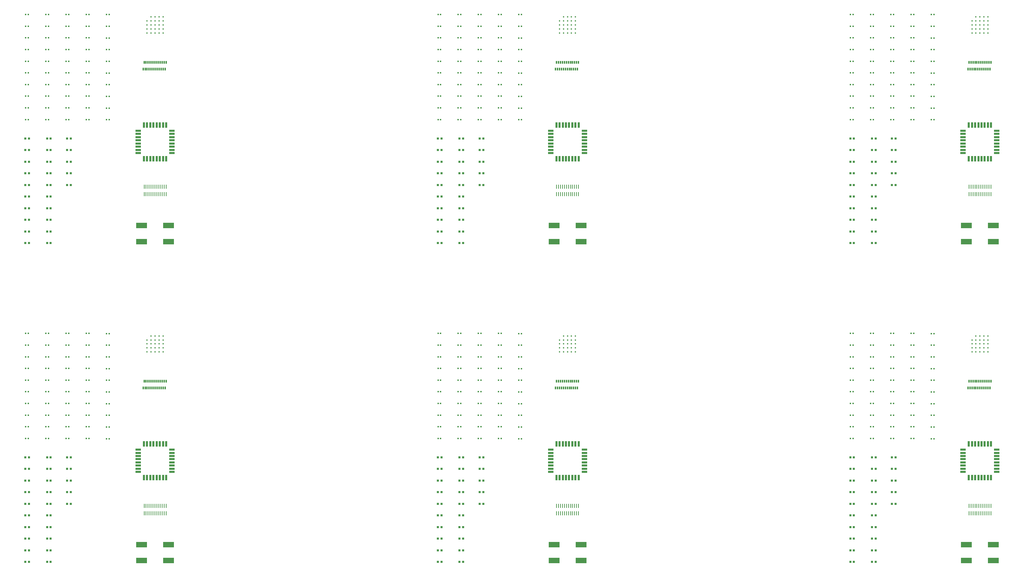
<source format=gbr>
%TF.GenerationSoftware,KiCad,Pcbnew,7.0.5*%
%TF.CreationDate,2023-08-22T12:35:02+01:00*%
%TF.ProjectId,PANELTEST141,50414e45-4c54-4455-9354-3134312e6b69,00.00*%
%TF.SameCoordinates,PX27b9fb5PYc4a79ca*%
%TF.FileFunction,Paste,Top*%
%TF.FilePolarity,Positive*%
%FSLAX46Y46*%
G04 Gerber Fmt 4.6, Leading zero omitted, Abs format (unit mm)*
G04 Created by KiCad (PCBNEW 7.0.5) date 2023-08-22 12:35:02*
%MOMM*%
%LPD*%
G01*
G04 APERTURE LIST*
%ADD10R,0.460000X0.420000*%
%ADD11R,1.475000X0.600000*%
%ADD12R,0.600000X1.475000*%
%ADD13R,0.508000X0.508000*%
%ADD14R,0.300000X0.700000*%
%ADD15R,0.280000X1.060000*%
%ADD16C,0.355600*%
%ADD17R,2.750000X1.400000*%
G04 APERTURE END LIST*
D10*
%TO.C,R2*%
X23765109Y78054079D03*
X24425109Y78054079D03*
%TD*%
%TO.C,R40*%
X142602679Y134710377D03*
X143262679Y134710377D03*
%TD*%
D11*
%TO.C,IC1*%
X259253489Y131907041D03*
X259253489Y131107041D03*
X259253489Y130307041D03*
X259253489Y129507041D03*
X259253489Y128707041D03*
X259253489Y127907041D03*
X259253489Y127107041D03*
X259253489Y126307041D03*
D12*
X260691489Y124869041D03*
X261491489Y124869041D03*
X262291489Y124869041D03*
X263091489Y124869041D03*
X263891489Y124869041D03*
X264691489Y124869041D03*
X265491489Y124869041D03*
X266291489Y124869041D03*
D11*
X267729489Y126307041D03*
X267729489Y127107041D03*
X267729489Y127907041D03*
X267729489Y128707041D03*
X267729489Y129507041D03*
X267729489Y130307041D03*
X267729489Y131107041D03*
X267729489Y131907041D03*
D12*
X266291489Y133345041D03*
X265491489Y133345041D03*
X264691489Y133345041D03*
X263891489Y133345041D03*
X263091489Y133345041D03*
X262291489Y133345041D03*
X261491489Y133345041D03*
X260691489Y133345041D03*
%TD*%
D10*
%TO.C,R37*%
X39002679Y63389269D03*
X39662679Y63389269D03*
%TD*%
%TO.C,R27*%
X33923489Y143509269D03*
X34583489Y143509269D03*
%TD*%
D13*
%TO.C,R108*%
X127319871Y109530377D03*
X128234871Y109530377D03*
%TD*%
D10*
%TO.C,R44*%
X44081871Y72146301D03*
X44741871Y72146301D03*
%TD*%
%TO.C,R36*%
X246202679Y66322231D03*
X246862679Y66322231D03*
%TD*%
%TO.C,R6*%
X230965109Y146442231D03*
X231625109Y146442231D03*
%TD*%
%TO.C,R37*%
X142602679Y143509269D03*
X143262679Y143509269D03*
%TD*%
%TO.C,R14*%
X132444299Y72188155D03*
X133104299Y72188155D03*
%TD*%
D14*
%TO.C,J1*%
X53541489Y68987035D03*
X54041489Y68987035D03*
X54541489Y68987035D03*
X55041489Y68987035D03*
X55541489Y68987035D03*
X56041489Y68987035D03*
X56541489Y68987035D03*
X57041489Y68987035D03*
X57541489Y68987035D03*
X58041489Y68987035D03*
X58541489Y68987035D03*
X59041489Y68987035D03*
X58791489Y67287035D03*
X58291489Y67287035D03*
X57791489Y67287035D03*
X57291489Y67287035D03*
X56791489Y67287035D03*
X56291489Y67287035D03*
X55791489Y67287035D03*
X55291489Y67287035D03*
X54791489Y67287035D03*
X54291489Y67287035D03*
X53791489Y67287035D03*
X53291489Y67287035D03*
%TD*%
D10*
%TO.C,R39*%
X142602679Y137643345D03*
X143262679Y137643345D03*
%TD*%
%TO.C,R21*%
X241123489Y161107041D03*
X241783489Y161107041D03*
%TD*%
%TO.C,R44*%
X44081871Y152266301D03*
X44741871Y152266301D03*
%TD*%
D13*
%TO.C,R108*%
X23719871Y29410377D03*
X24634871Y29410377D03*
%TD*%
%TO.C,R116*%
X236359871Y115370377D03*
X237274871Y115370377D03*
%TD*%
%TO.C,R125*%
X34206633Y38170377D03*
X35121633Y38170377D03*
%TD*%
D10*
%TO.C,R7*%
X127365109Y143509269D03*
X128025109Y143509269D03*
%TD*%
%TO.C,R29*%
X137523489Y137643345D03*
X138183489Y137643345D03*
%TD*%
%TO.C,R40*%
X39002679Y134710377D03*
X39662679Y134710377D03*
%TD*%
D11*
%TO.C,IC1*%
X52053489Y131907041D03*
X52053489Y131107041D03*
X52053489Y130307041D03*
X52053489Y129507041D03*
X52053489Y128707041D03*
X52053489Y127907041D03*
X52053489Y127107041D03*
X52053489Y126307041D03*
D12*
X53491489Y124869041D03*
X54291489Y124869041D03*
X55091489Y124869041D03*
X55891489Y124869041D03*
X56691489Y124869041D03*
X57491489Y124869041D03*
X58291489Y124869041D03*
X59091489Y124869041D03*
D11*
X60529489Y126307041D03*
X60529489Y127107041D03*
X60529489Y127907041D03*
X60529489Y128707041D03*
X60529489Y129507041D03*
X60529489Y130307041D03*
X60529489Y131107041D03*
X60529489Y131907041D03*
D12*
X59091489Y133345041D03*
X58291489Y133345041D03*
X57491489Y133345041D03*
X56691489Y133345041D03*
X55891489Y133345041D03*
X55091489Y133345041D03*
X54291489Y133345041D03*
X53491489Y133345041D03*
%TD*%
D10*
%TO.C,R21*%
X33923489Y161107041D03*
X34583489Y161107041D03*
%TD*%
%TO.C,R11*%
X132444299Y161107041D03*
X133104299Y161107041D03*
%TD*%
%TO.C,R42*%
X44081871Y158132225D03*
X44741871Y158132225D03*
%TD*%
%TO.C,R17*%
X28844299Y63389269D03*
X29504299Y63389269D03*
%TD*%
%TO.C,R18*%
X28844299Y140576307D03*
X29504299Y140576307D03*
%TD*%
D13*
%TO.C,R121*%
X137809871Y49850377D03*
X138724871Y49850377D03*
%TD*%
D10*
%TO.C,R36*%
X39002679Y146442231D03*
X39662679Y146442231D03*
%TD*%
%TO.C,R19*%
X132444299Y57523345D03*
X133104299Y57523345D03*
%TD*%
%TO.C,R38*%
X142602679Y140576307D03*
X143262679Y140576307D03*
%TD*%
D13*
%TO.C,R105*%
X23719871Y118290377D03*
X24634871Y118290377D03*
%TD*%
D10*
%TO.C,R23*%
X137523489Y75121117D03*
X138183489Y75121117D03*
%TD*%
D11*
%TO.C,IC1*%
X259253489Y51787041D03*
X259253489Y50987041D03*
X259253489Y50187041D03*
X259253489Y49387041D03*
X259253489Y48587041D03*
X259253489Y47787041D03*
X259253489Y46987041D03*
X259253489Y46187041D03*
D12*
X260691489Y44749041D03*
X261491489Y44749041D03*
X262291489Y44749041D03*
X263091489Y44749041D03*
X263891489Y44749041D03*
X264691489Y44749041D03*
X265491489Y44749041D03*
X266291489Y44749041D03*
D11*
X267729489Y46187041D03*
X267729489Y46987041D03*
X267729489Y47787041D03*
X267729489Y48587041D03*
X267729489Y49387041D03*
X267729489Y50187041D03*
X267729489Y50987041D03*
X267729489Y51787041D03*
D12*
X266291489Y53225041D03*
X265491489Y53225041D03*
X264691489Y53225041D03*
X263891489Y53225041D03*
X263091489Y53225041D03*
X262291489Y53225041D03*
X261491489Y53225041D03*
X260691489Y53225041D03*
%TD*%
D10*
%TO.C,R48*%
X251281871Y140534453D03*
X251941871Y140534453D03*
%TD*%
%TO.C,R41*%
X44081871Y80945187D03*
X44741871Y80945187D03*
%TD*%
%TO.C,R39*%
X142602679Y57523345D03*
X143262679Y57523345D03*
%TD*%
D13*
%TO.C,R102*%
X23719871Y127050377D03*
X24634871Y127050377D03*
%TD*%
D10*
%TO.C,R19*%
X28844299Y137643345D03*
X29504299Y137643345D03*
%TD*%
%TO.C,R43*%
X147681871Y75079263D03*
X148341871Y75079263D03*
%TD*%
%TO.C,R46*%
X251281871Y146400377D03*
X251941871Y146400377D03*
%TD*%
%TO.C,R13*%
X132444299Y75121117D03*
X133104299Y75121117D03*
%TD*%
%TO.C,R49*%
X147681871Y57481491D03*
X148341871Y57481491D03*
%TD*%
D13*
%TO.C,R106*%
X127319871Y35250377D03*
X128234871Y35250377D03*
%TD*%
D10*
%TO.C,R23*%
X137523489Y155241117D03*
X138183489Y155241117D03*
%TD*%
D13*
%TO.C,R114*%
X29159871Y121210377D03*
X30074871Y121210377D03*
%TD*%
D10*
%TO.C,R42*%
X44081871Y78012225D03*
X44741871Y78012225D03*
%TD*%
%TO.C,R45*%
X251281871Y149333339D03*
X251941871Y149333339D03*
%TD*%
%TO.C,R22*%
X137523489Y78054079D03*
X138183489Y78054079D03*
%TD*%
D13*
%TO.C,R120*%
X132759871Y23570377D03*
X133674871Y23570377D03*
%TD*%
D10*
%TO.C,R31*%
X246202679Y80987041D03*
X246862679Y80987041D03*
%TD*%
%TO.C,R13*%
X236044299Y75121117D03*
X236704299Y75121117D03*
%TD*%
%TO.C,R20*%
X132444299Y54590377D03*
X133104299Y54590377D03*
%TD*%
D13*
%TO.C,R109*%
X23719871Y26490377D03*
X24634871Y26490377D03*
%TD*%
%TO.C,R114*%
X29159871Y41090377D03*
X30074871Y41090377D03*
%TD*%
%TO.C,R115*%
X29159871Y38170377D03*
X30074871Y38170377D03*
%TD*%
%TO.C,R102*%
X127319871Y127050377D03*
X128234871Y127050377D03*
%TD*%
D10*
%TO.C,R7*%
X230965109Y143509269D03*
X231625109Y143509269D03*
%TD*%
%TO.C,R27*%
X241123489Y63389269D03*
X241783489Y63389269D03*
%TD*%
%TO.C,R20*%
X236044299Y54590377D03*
X236704299Y54590377D03*
%TD*%
%TO.C,R48*%
X147681871Y140534453D03*
X148341871Y140534453D03*
%TD*%
D13*
%TO.C,R121*%
X137809871Y129970377D03*
X138724871Y129970377D03*
%TD*%
D10*
%TO.C,R41*%
X147681871Y80945187D03*
X148341871Y80945187D03*
%TD*%
%TO.C,R38*%
X142602679Y60456307D03*
X143262679Y60456307D03*
%TD*%
%TO.C,R19*%
X132444299Y137643345D03*
X133104299Y137643345D03*
%TD*%
D14*
%TO.C,J1*%
X260741489Y68987035D03*
X261241489Y68987035D03*
X261741489Y68987035D03*
X262241489Y68987035D03*
X262741489Y68987035D03*
X263241489Y68987035D03*
X263741489Y68987035D03*
X264241489Y68987035D03*
X264741489Y68987035D03*
X265241489Y68987035D03*
X265741489Y68987035D03*
X266241489Y68987035D03*
X265991489Y67287035D03*
X265491489Y67287035D03*
X264991489Y67287035D03*
X264491489Y67287035D03*
X263991489Y67287035D03*
X263491489Y67287035D03*
X262991489Y67287035D03*
X262491489Y67287035D03*
X261991489Y67287035D03*
X261491489Y67287035D03*
X260991489Y67287035D03*
X260491489Y67287035D03*
%TD*%
D10*
%TO.C,R15*%
X236044299Y69255193D03*
X236704299Y69255193D03*
%TD*%
D13*
%TO.C,R117*%
X132759871Y112450377D03*
X133674871Y112450377D03*
%TD*%
%TO.C,R120*%
X132759871Y103690377D03*
X133674871Y103690377D03*
%TD*%
%TO.C,R110*%
X230919871Y23570377D03*
X231834871Y23570377D03*
%TD*%
D14*
%TO.C,J1*%
X157141489Y68987035D03*
X157641489Y68987035D03*
X158141489Y68987035D03*
X158641489Y68987035D03*
X159141489Y68987035D03*
X159641489Y68987035D03*
X160141489Y68987035D03*
X160641489Y68987035D03*
X161141489Y68987035D03*
X161641489Y68987035D03*
X162141489Y68987035D03*
X162641489Y68987035D03*
X162391489Y67287035D03*
X161891489Y67287035D03*
X161391489Y67287035D03*
X160891489Y67287035D03*
X160391489Y67287035D03*
X159891489Y67287035D03*
X159391489Y67287035D03*
X158891489Y67287035D03*
X158391489Y67287035D03*
X157891489Y67287035D03*
X157391489Y67287035D03*
X156891489Y67287035D03*
%TD*%
D13*
%TO.C,R104*%
X127319871Y121210377D03*
X128234871Y121210377D03*
%TD*%
D10*
%TO.C,R43*%
X44081871Y155199263D03*
X44741871Y155199263D03*
%TD*%
%TO.C,R18*%
X132444299Y60456307D03*
X133104299Y60456307D03*
%TD*%
D13*
%TO.C,R105*%
X127319871Y38170377D03*
X128234871Y38170377D03*
%TD*%
%TO.C,R103*%
X23719871Y44010377D03*
X24634871Y44010377D03*
%TD*%
%TO.C,R125*%
X241406633Y118290377D03*
X242321633Y118290377D03*
%TD*%
D10*
%TO.C,R23*%
X33923489Y75121117D03*
X34583489Y75121117D03*
%TD*%
D13*
%TO.C,R114*%
X236359871Y121210377D03*
X237274871Y121210377D03*
%TD*%
%TO.C,R105*%
X23719871Y38170377D03*
X24634871Y38170377D03*
%TD*%
D10*
%TO.C,R17*%
X236044299Y63389269D03*
X236704299Y63389269D03*
%TD*%
%TO.C,R11*%
X132444299Y80987041D03*
X133104299Y80987041D03*
%TD*%
%TO.C,R8*%
X127365109Y60456307D03*
X128025109Y60456307D03*
%TD*%
D13*
%TO.C,R114*%
X132759871Y41090377D03*
X133674871Y41090377D03*
%TD*%
%TO.C,R111*%
X236359871Y129970377D03*
X237274871Y129970377D03*
%TD*%
D10*
%TO.C,R6*%
X23765109Y146442231D03*
X24425109Y146442231D03*
%TD*%
%TO.C,R13*%
X132444299Y155241117D03*
X133104299Y155241117D03*
%TD*%
%TO.C,R33*%
X246202679Y75121117D03*
X246862679Y75121117D03*
%TD*%
%TO.C,R39*%
X39002679Y137643345D03*
X39662679Y137643345D03*
%TD*%
%TO.C,R6*%
X23765109Y66322231D03*
X24425109Y66322231D03*
%TD*%
%TO.C,R4*%
X230965109Y72188155D03*
X231625109Y72188155D03*
%TD*%
D13*
%TO.C,R105*%
X230919871Y118290377D03*
X231834871Y118290377D03*
%TD*%
D10*
%TO.C,R9*%
X23765109Y57523345D03*
X24425109Y57523345D03*
%TD*%
%TO.C,R42*%
X147681871Y158132225D03*
X148341871Y158132225D03*
%TD*%
D13*
%TO.C,R104*%
X127319871Y41090377D03*
X128234871Y41090377D03*
%TD*%
D10*
%TO.C,R17*%
X236044299Y143509269D03*
X236704299Y143509269D03*
%TD*%
%TO.C,R46*%
X147681871Y146400377D03*
X148341871Y146400377D03*
%TD*%
D13*
%TO.C,R118*%
X132759871Y109530377D03*
X133674871Y109530377D03*
%TD*%
%TO.C,R108*%
X230919871Y109530377D03*
X231834871Y109530377D03*
%TD*%
D10*
%TO.C,R32*%
X142602679Y78054079D03*
X143262679Y78054079D03*
%TD*%
%TO.C,R49*%
X44081871Y57481491D03*
X44741871Y57481491D03*
%TD*%
%TO.C,R25*%
X241123489Y149375193D03*
X241783489Y149375193D03*
%TD*%
%TO.C,R15*%
X236044299Y149375193D03*
X236704299Y149375193D03*
%TD*%
%TO.C,R9*%
X127365109Y137643345D03*
X128025109Y137643345D03*
%TD*%
D13*
%TO.C,R123*%
X241406633Y44010377D03*
X242321633Y44010377D03*
%TD*%
%TO.C,R117*%
X29159871Y32330377D03*
X30074871Y32330377D03*
%TD*%
D10*
%TO.C,R4*%
X127365109Y72188155D03*
X128025109Y72188155D03*
%TD*%
%TO.C,R4*%
X127365109Y152308155D03*
X128025109Y152308155D03*
%TD*%
%TO.C,R35*%
X246202679Y149375193D03*
X246862679Y149375193D03*
%TD*%
%TO.C,R45*%
X147681871Y149333339D03*
X148341871Y149333339D03*
%TD*%
%TO.C,R12*%
X132444299Y158174079D03*
X133104299Y158174079D03*
%TD*%
D15*
%TO.C,J2*%
X162641484Y117797039D03*
X162141485Y117797039D03*
X161641486Y117797039D03*
X161141487Y117797039D03*
X160641488Y117797039D03*
X160141489Y117797039D03*
X159641489Y117797039D03*
X159141490Y117797039D03*
X158641491Y117797039D03*
X158141492Y117797039D03*
X157641493Y117797039D03*
X157141494Y117797039D03*
X157141494Y115937043D03*
X157641493Y115937043D03*
X158141492Y115937043D03*
X158641491Y115937043D03*
X159141490Y115937043D03*
X159641489Y115937043D03*
X160141489Y115937043D03*
X160641488Y115937043D03*
X161141487Y115937043D03*
X161641486Y115937043D03*
X162141485Y115937043D03*
X162641484Y115937043D03*
%TD*%
D10*
%TO.C,R45*%
X251281871Y69213339D03*
X251941871Y69213339D03*
%TD*%
D13*
%TO.C,R102*%
X23719871Y46930377D03*
X24634871Y46930377D03*
%TD*%
D10*
%TO.C,R18*%
X28844299Y60456307D03*
X29504299Y60456307D03*
%TD*%
%TO.C,R2*%
X23765109Y158174079D03*
X24425109Y158174079D03*
%TD*%
D15*
%TO.C,J2*%
X59041484Y117797039D03*
X58541485Y117797039D03*
X58041486Y117797039D03*
X57541487Y117797039D03*
X57041488Y117797039D03*
X56541489Y117797039D03*
X56041489Y117797039D03*
X55541490Y117797039D03*
X55041491Y117797039D03*
X54541492Y117797039D03*
X54041493Y117797039D03*
X53541494Y117797039D03*
X53541494Y115937043D03*
X54041493Y115937043D03*
X54541492Y115937043D03*
X55041491Y115937043D03*
X55541490Y115937043D03*
X56041489Y115937043D03*
X56541489Y115937043D03*
X57041488Y115937043D03*
X57541487Y115937043D03*
X58041486Y115937043D03*
X58541485Y115937043D03*
X59041484Y115937043D03*
%TD*%
D13*
%TO.C,R113*%
X132759871Y124130377D03*
X133674871Y124130377D03*
%TD*%
%TO.C,R124*%
X241406633Y121210377D03*
X242321633Y121210377D03*
%TD*%
D10*
%TO.C,R24*%
X241123489Y72188155D03*
X241783489Y72188155D03*
%TD*%
D15*
%TO.C,J2*%
X59041484Y37677039D03*
X58541485Y37677039D03*
X58041486Y37677039D03*
X57541487Y37677039D03*
X57041488Y37677039D03*
X56541489Y37677039D03*
X56041489Y37677039D03*
X55541490Y37677039D03*
X55041491Y37677039D03*
X54541492Y37677039D03*
X54041493Y37677039D03*
X53541494Y37677039D03*
X53541494Y35817043D03*
X54041493Y35817043D03*
X54541492Y35817043D03*
X55041491Y35817043D03*
X55541490Y35817043D03*
X56041489Y35817043D03*
X56541489Y35817043D03*
X57041488Y35817043D03*
X57541487Y35817043D03*
X58041486Y35817043D03*
X58541485Y35817043D03*
X59041484Y35817043D03*
%TD*%
D10*
%TO.C,R16*%
X28844299Y146442231D03*
X29504299Y146442231D03*
%TD*%
D13*
%TO.C,R112*%
X29159871Y127050377D03*
X30074871Y127050377D03*
%TD*%
%TO.C,R104*%
X230919871Y41090377D03*
X231834871Y41090377D03*
%TD*%
D10*
%TO.C,R34*%
X142602679Y72188155D03*
X143262679Y72188155D03*
%TD*%
D13*
%TO.C,R121*%
X241409871Y49850377D03*
X242324871Y49850377D03*
%TD*%
%TO.C,R112*%
X236359871Y46930377D03*
X237274871Y46930377D03*
%TD*%
D10*
%TO.C,R26*%
X137523489Y146442231D03*
X138183489Y146442231D03*
%TD*%
%TO.C,R50*%
X147681871Y134668523D03*
X148341871Y134668523D03*
%TD*%
%TO.C,R6*%
X127365109Y66322231D03*
X128025109Y66322231D03*
%TD*%
%TO.C,R31*%
X142602679Y161107041D03*
X143262679Y161107041D03*
%TD*%
D16*
%TO.C,IC2*%
X55291491Y160477035D03*
X56291489Y160477035D03*
X57291487Y160477035D03*
X58291485Y160477035D03*
X54291493Y159477037D03*
X55291491Y159477037D03*
X56291489Y159477037D03*
X57291487Y159477037D03*
X58291485Y159477037D03*
X54291493Y158477039D03*
X55291491Y158477039D03*
X56291489Y158477039D03*
X57291487Y158477039D03*
X58291485Y158477039D03*
X54291493Y157477041D03*
X55291491Y157477041D03*
X56291489Y157477041D03*
X57291487Y157477041D03*
X58291485Y157477041D03*
X54291493Y156477043D03*
X55291491Y156477043D03*
X56291489Y156477043D03*
X57291487Y156477043D03*
X58291485Y156477043D03*
%TD*%
D10*
%TO.C,R6*%
X230965109Y66322231D03*
X231625109Y66322231D03*
%TD*%
%TO.C,R25*%
X241123489Y69255193D03*
X241783489Y69255193D03*
%TD*%
D17*
%TO.C,SW1*%
X260116495Y108067037D03*
X266866482Y108067037D03*
X260116495Y104067045D03*
X266866482Y104067045D03*
%TD*%
D13*
%TO.C,R107*%
X230919871Y112450377D03*
X231834871Y112450377D03*
%TD*%
%TO.C,R123*%
X34206633Y44010377D03*
X35121633Y44010377D03*
%TD*%
D10*
%TO.C,R42*%
X251281871Y78012225D03*
X251941871Y78012225D03*
%TD*%
%TO.C,R4*%
X23765109Y152308155D03*
X24425109Y152308155D03*
%TD*%
%TO.C,R31*%
X39002679Y161107041D03*
X39662679Y161107041D03*
%TD*%
%TO.C,R37*%
X142602679Y63389269D03*
X143262679Y63389269D03*
%TD*%
%TO.C,R8*%
X23765109Y60456307D03*
X24425109Y60456307D03*
%TD*%
%TO.C,R42*%
X251281871Y158132225D03*
X251941871Y158132225D03*
%TD*%
%TO.C,R41*%
X251281871Y161065187D03*
X251941871Y161065187D03*
%TD*%
D13*
%TO.C,R118*%
X29159871Y109530377D03*
X30074871Y109530377D03*
%TD*%
D10*
%TO.C,R21*%
X137523489Y80987041D03*
X138183489Y80987041D03*
%TD*%
%TO.C,R28*%
X33923489Y140576307D03*
X34583489Y140576307D03*
%TD*%
D13*
%TO.C,R117*%
X29159871Y112450377D03*
X30074871Y112450377D03*
%TD*%
D10*
%TO.C,R30*%
X137523489Y54590377D03*
X138183489Y54590377D03*
%TD*%
D13*
%TO.C,R104*%
X230919871Y121210377D03*
X231834871Y121210377D03*
%TD*%
D10*
%TO.C,R46*%
X147681871Y66280377D03*
X148341871Y66280377D03*
%TD*%
%TO.C,R8*%
X127365109Y140576307D03*
X128025109Y140576307D03*
%TD*%
D14*
%TO.C,J1*%
X260741489Y149107035D03*
X261241489Y149107035D03*
X261741489Y149107035D03*
X262241489Y149107035D03*
X262741489Y149107035D03*
X263241489Y149107035D03*
X263741489Y149107035D03*
X264241489Y149107035D03*
X264741489Y149107035D03*
X265241489Y149107035D03*
X265741489Y149107035D03*
X266241489Y149107035D03*
X265991489Y147407035D03*
X265491489Y147407035D03*
X264991489Y147407035D03*
X264491489Y147407035D03*
X263991489Y147407035D03*
X263491489Y147407035D03*
X262991489Y147407035D03*
X262491489Y147407035D03*
X261991489Y147407035D03*
X261491489Y147407035D03*
X260991489Y147407035D03*
X260491489Y147407035D03*
%TD*%
D10*
%TO.C,R38*%
X246202679Y140576307D03*
X246862679Y140576307D03*
%TD*%
D13*
%TO.C,R119*%
X132759871Y106610377D03*
X133674871Y106610377D03*
%TD*%
D10*
%TO.C,R1*%
X230965109Y80987041D03*
X231625109Y80987041D03*
%TD*%
D13*
%TO.C,R120*%
X236359871Y103690377D03*
X237274871Y103690377D03*
%TD*%
%TO.C,R103*%
X230919871Y44010377D03*
X231834871Y44010377D03*
%TD*%
D10*
%TO.C,R3*%
X127365109Y75121117D03*
X128025109Y75121117D03*
%TD*%
D13*
%TO.C,R103*%
X23719871Y124130377D03*
X24634871Y124130377D03*
%TD*%
D10*
%TO.C,R33*%
X39002679Y75121117D03*
X39662679Y75121117D03*
%TD*%
%TO.C,R22*%
X137523489Y158174079D03*
X138183489Y158174079D03*
%TD*%
D13*
%TO.C,R122*%
X34206633Y127050377D03*
X35121633Y127050377D03*
%TD*%
D10*
%TO.C,R28*%
X241123489Y60456307D03*
X241783489Y60456307D03*
%TD*%
%TO.C,R43*%
X251281871Y75079263D03*
X251941871Y75079263D03*
%TD*%
%TO.C,R38*%
X39002679Y140576307D03*
X39662679Y140576307D03*
%TD*%
%TO.C,R49*%
X251281871Y57481491D03*
X251941871Y57481491D03*
%TD*%
%TO.C,R25*%
X137523489Y69255193D03*
X138183489Y69255193D03*
%TD*%
%TO.C,R17*%
X28844299Y143509269D03*
X29504299Y143509269D03*
%TD*%
%TO.C,R5*%
X23765109Y69255193D03*
X24425109Y69255193D03*
%TD*%
%TO.C,R5*%
X127365109Y69255193D03*
X128025109Y69255193D03*
%TD*%
%TO.C,R35*%
X246202679Y69255193D03*
X246862679Y69255193D03*
%TD*%
%TO.C,R9*%
X23765109Y137643345D03*
X24425109Y137643345D03*
%TD*%
D16*
%TO.C,IC2*%
X262491491Y160477035D03*
X263491489Y160477035D03*
X264491487Y160477035D03*
X265491485Y160477035D03*
X261491493Y159477037D03*
X262491491Y159477037D03*
X263491489Y159477037D03*
X264491487Y159477037D03*
X265491485Y159477037D03*
X261491493Y158477039D03*
X262491491Y158477039D03*
X263491489Y158477039D03*
X264491487Y158477039D03*
X265491485Y158477039D03*
X261491493Y157477041D03*
X262491491Y157477041D03*
X263491489Y157477041D03*
X264491487Y157477041D03*
X265491485Y157477041D03*
X261491493Y156477043D03*
X262491491Y156477043D03*
X263491489Y156477043D03*
X264491487Y156477043D03*
X265491485Y156477043D03*
%TD*%
D10*
%TO.C,R50*%
X147681871Y54548523D03*
X148341871Y54548523D03*
%TD*%
D15*
%TO.C,J2*%
X266241484Y117797039D03*
X265741485Y117797039D03*
X265241486Y117797039D03*
X264741487Y117797039D03*
X264241488Y117797039D03*
X263741489Y117797039D03*
X263241489Y117797039D03*
X262741490Y117797039D03*
X262241491Y117797039D03*
X261741492Y117797039D03*
X261241493Y117797039D03*
X260741494Y117797039D03*
X260741494Y115937043D03*
X261241493Y115937043D03*
X261741492Y115937043D03*
X262241491Y115937043D03*
X262741490Y115937043D03*
X263241489Y115937043D03*
X263741489Y115937043D03*
X264241488Y115937043D03*
X264741487Y115937043D03*
X265241486Y115937043D03*
X265741485Y115937043D03*
X266241484Y115937043D03*
%TD*%
D13*
%TO.C,R106*%
X230919871Y115370377D03*
X231834871Y115370377D03*
%TD*%
D10*
%TO.C,R48*%
X251281871Y60414453D03*
X251941871Y60414453D03*
%TD*%
%TO.C,R50*%
X251281871Y54548523D03*
X251941871Y54548523D03*
%TD*%
%TO.C,R13*%
X28844299Y75121117D03*
X29504299Y75121117D03*
%TD*%
%TO.C,R45*%
X44081871Y149333339D03*
X44741871Y149333339D03*
%TD*%
D13*
%TO.C,R119*%
X29159871Y26490377D03*
X30074871Y26490377D03*
%TD*%
D10*
%TO.C,R1*%
X127365109Y161107041D03*
X128025109Y161107041D03*
%TD*%
%TO.C,R20*%
X28844299Y54590377D03*
X29504299Y54590377D03*
%TD*%
%TO.C,R3*%
X23765109Y155241117D03*
X24425109Y155241117D03*
%TD*%
%TO.C,R39*%
X246202679Y137643345D03*
X246862679Y137643345D03*
%TD*%
%TO.C,R3*%
X230965109Y75121117D03*
X231625109Y75121117D03*
%TD*%
%TO.C,R33*%
X246202679Y155241117D03*
X246862679Y155241117D03*
%TD*%
%TO.C,R3*%
X23765109Y75121117D03*
X24425109Y75121117D03*
%TD*%
%TO.C,R40*%
X246202679Y54590377D03*
X246862679Y54590377D03*
%TD*%
%TO.C,R10*%
X23765109Y54590377D03*
X24425109Y54590377D03*
%TD*%
%TO.C,R45*%
X44081871Y69213339D03*
X44741871Y69213339D03*
%TD*%
%TO.C,R44*%
X147681871Y72146301D03*
X148341871Y72146301D03*
%TD*%
%TO.C,R12*%
X236044299Y78054079D03*
X236704299Y78054079D03*
%TD*%
D11*
%TO.C,IC1*%
X155653489Y131907041D03*
X155653489Y131107041D03*
X155653489Y130307041D03*
X155653489Y129507041D03*
X155653489Y128707041D03*
X155653489Y127907041D03*
X155653489Y127107041D03*
X155653489Y126307041D03*
D12*
X157091489Y124869041D03*
X157891489Y124869041D03*
X158691489Y124869041D03*
X159491489Y124869041D03*
X160291489Y124869041D03*
X161091489Y124869041D03*
X161891489Y124869041D03*
X162691489Y124869041D03*
D11*
X164129489Y126307041D03*
X164129489Y127107041D03*
X164129489Y127907041D03*
X164129489Y128707041D03*
X164129489Y129507041D03*
X164129489Y130307041D03*
X164129489Y131107041D03*
X164129489Y131907041D03*
D12*
X162691489Y133345041D03*
X161891489Y133345041D03*
X161091489Y133345041D03*
X160291489Y133345041D03*
X159491489Y133345041D03*
X158691489Y133345041D03*
X157891489Y133345041D03*
X157091489Y133345041D03*
%TD*%
D16*
%TO.C,IC2*%
X158891491Y80357035D03*
X159891489Y80357035D03*
X160891487Y80357035D03*
X161891485Y80357035D03*
X157891493Y79357037D03*
X158891491Y79357037D03*
X159891489Y79357037D03*
X160891487Y79357037D03*
X161891485Y79357037D03*
X157891493Y78357039D03*
X158891491Y78357039D03*
X159891489Y78357039D03*
X160891487Y78357039D03*
X161891485Y78357039D03*
X157891493Y77357041D03*
X158891491Y77357041D03*
X159891489Y77357041D03*
X160891487Y77357041D03*
X161891485Y77357041D03*
X157891493Y76357043D03*
X158891491Y76357043D03*
X159891489Y76357043D03*
X160891487Y76357043D03*
X161891485Y76357043D03*
%TD*%
D10*
%TO.C,R22*%
X33923489Y78054079D03*
X34583489Y78054079D03*
%TD*%
%TO.C,R39*%
X246202679Y57523345D03*
X246862679Y57523345D03*
%TD*%
D17*
%TO.C,SW1*%
X260116495Y27947037D03*
X266866482Y27947037D03*
X260116495Y23947045D03*
X266866482Y23947045D03*
%TD*%
D10*
%TO.C,R33*%
X142602679Y75121117D03*
X143262679Y75121117D03*
%TD*%
%TO.C,R2*%
X127365109Y158174079D03*
X128025109Y158174079D03*
%TD*%
D13*
%TO.C,R107*%
X127319871Y112450377D03*
X128234871Y112450377D03*
%TD*%
D10*
%TO.C,R29*%
X241123489Y57523345D03*
X241783489Y57523345D03*
%TD*%
%TO.C,R12*%
X236044299Y158174079D03*
X236704299Y158174079D03*
%TD*%
%TO.C,R7*%
X23765109Y63389269D03*
X24425109Y63389269D03*
%TD*%
%TO.C,R16*%
X28844299Y66322231D03*
X29504299Y66322231D03*
%TD*%
%TO.C,R50*%
X44081871Y54548523D03*
X44741871Y54548523D03*
%TD*%
%TO.C,R43*%
X251281871Y155199263D03*
X251941871Y155199263D03*
%TD*%
D15*
%TO.C,J2*%
X266241484Y37677039D03*
X265741485Y37677039D03*
X265241486Y37677039D03*
X264741487Y37677039D03*
X264241488Y37677039D03*
X263741489Y37677039D03*
X263241489Y37677039D03*
X262741490Y37677039D03*
X262241491Y37677039D03*
X261741492Y37677039D03*
X261241493Y37677039D03*
X260741494Y37677039D03*
X260741494Y35817043D03*
X261241493Y35817043D03*
X261741492Y35817043D03*
X262241491Y35817043D03*
X262741490Y35817043D03*
X263241489Y35817043D03*
X263741489Y35817043D03*
X264241488Y35817043D03*
X264741487Y35817043D03*
X265241486Y35817043D03*
X265741485Y35817043D03*
X266241484Y35817043D03*
%TD*%
D10*
%TO.C,R50*%
X251281871Y134668523D03*
X251941871Y134668523D03*
%TD*%
D13*
%TO.C,R104*%
X23719871Y121210377D03*
X24634871Y121210377D03*
%TD*%
D10*
%TO.C,R49*%
X147681871Y137601491D03*
X148341871Y137601491D03*
%TD*%
D13*
%TO.C,R112*%
X132759871Y46930377D03*
X133674871Y46930377D03*
%TD*%
D10*
%TO.C,R43*%
X44081871Y75079263D03*
X44741871Y75079263D03*
%TD*%
%TO.C,R15*%
X28844299Y149375193D03*
X29504299Y149375193D03*
%TD*%
%TO.C,R29*%
X33923489Y137643345D03*
X34583489Y137643345D03*
%TD*%
D13*
%TO.C,R123*%
X137806633Y44010377D03*
X138721633Y44010377D03*
%TD*%
%TO.C,R122*%
X241406633Y127050377D03*
X242321633Y127050377D03*
%TD*%
D10*
%TO.C,R44*%
X251281871Y152266301D03*
X251941871Y152266301D03*
%TD*%
%TO.C,R18*%
X236044299Y140576307D03*
X236704299Y140576307D03*
%TD*%
D13*
%TO.C,R108*%
X127319871Y29410377D03*
X128234871Y29410377D03*
%TD*%
D10*
%TO.C,R12*%
X28844299Y158174079D03*
X29504299Y158174079D03*
%TD*%
%TO.C,R48*%
X44081871Y140534453D03*
X44741871Y140534453D03*
%TD*%
D13*
%TO.C,R123*%
X241406633Y124130377D03*
X242321633Y124130377D03*
%TD*%
D10*
%TO.C,R31*%
X39002679Y80987041D03*
X39662679Y80987041D03*
%TD*%
%TO.C,R32*%
X246202679Y158174079D03*
X246862679Y158174079D03*
%TD*%
D13*
%TO.C,R122*%
X34206633Y46930377D03*
X35121633Y46930377D03*
%TD*%
%TO.C,R109*%
X127319871Y26490377D03*
X128234871Y26490377D03*
%TD*%
%TO.C,R107*%
X230919871Y32330377D03*
X231834871Y32330377D03*
%TD*%
D10*
%TO.C,R10*%
X23765109Y134710377D03*
X24425109Y134710377D03*
%TD*%
D13*
%TO.C,R111*%
X132759871Y129970377D03*
X133674871Y129970377D03*
%TD*%
D10*
%TO.C,R11*%
X28844299Y80987041D03*
X29504299Y80987041D03*
%TD*%
%TO.C,R10*%
X127365109Y134710377D03*
X128025109Y134710377D03*
%TD*%
D13*
%TO.C,R118*%
X29159871Y29410377D03*
X30074871Y29410377D03*
%TD*%
D10*
%TO.C,R8*%
X230965109Y140576307D03*
X231625109Y140576307D03*
%TD*%
%TO.C,R26*%
X33923489Y66322231D03*
X34583489Y66322231D03*
%TD*%
%TO.C,R47*%
X147681871Y63347415D03*
X148341871Y63347415D03*
%TD*%
D17*
%TO.C,SW1*%
X156516495Y27947037D03*
X163266482Y27947037D03*
X156516495Y23947045D03*
X163266482Y23947045D03*
%TD*%
D10*
%TO.C,R38*%
X246202679Y60456307D03*
X246862679Y60456307D03*
%TD*%
D17*
%TO.C,SW1*%
X52916495Y27947037D03*
X59666482Y27947037D03*
X52916495Y23947045D03*
X59666482Y23947045D03*
%TD*%
D10*
%TO.C,R34*%
X39002679Y152308155D03*
X39662679Y152308155D03*
%TD*%
D13*
%TO.C,R115*%
X29159871Y118290377D03*
X30074871Y118290377D03*
%TD*%
D10*
%TO.C,R14*%
X132444299Y152308155D03*
X133104299Y152308155D03*
%TD*%
D13*
%TO.C,R108*%
X230919871Y29410377D03*
X231834871Y29410377D03*
%TD*%
D10*
%TO.C,R24*%
X33923489Y152308155D03*
X34583489Y152308155D03*
%TD*%
%TO.C,R45*%
X147681871Y69213339D03*
X148341871Y69213339D03*
%TD*%
%TO.C,R30*%
X33923489Y134710377D03*
X34583489Y134710377D03*
%TD*%
%TO.C,R7*%
X127365109Y63389269D03*
X128025109Y63389269D03*
%TD*%
D13*
%TO.C,R118*%
X236359871Y29410377D03*
X237274871Y29410377D03*
%TD*%
%TO.C,R113*%
X29159871Y44010377D03*
X30074871Y44010377D03*
%TD*%
D10*
%TO.C,R30*%
X33923489Y54590377D03*
X34583489Y54590377D03*
%TD*%
D13*
%TO.C,R106*%
X23719871Y35250377D03*
X24634871Y35250377D03*
%TD*%
D10*
%TO.C,R31*%
X246202679Y161107041D03*
X246862679Y161107041D03*
%TD*%
%TO.C,R20*%
X236044299Y134710377D03*
X236704299Y134710377D03*
%TD*%
D13*
%TO.C,R120*%
X29159871Y103690377D03*
X30074871Y103690377D03*
%TD*%
D10*
%TO.C,R40*%
X246202679Y134710377D03*
X246862679Y134710377D03*
%TD*%
%TO.C,R29*%
X137523489Y57523345D03*
X138183489Y57523345D03*
%TD*%
D11*
%TO.C,IC1*%
X52053489Y51787041D03*
X52053489Y50987041D03*
X52053489Y50187041D03*
X52053489Y49387041D03*
X52053489Y48587041D03*
X52053489Y47787041D03*
X52053489Y46987041D03*
X52053489Y46187041D03*
D12*
X53491489Y44749041D03*
X54291489Y44749041D03*
X55091489Y44749041D03*
X55891489Y44749041D03*
X56691489Y44749041D03*
X57491489Y44749041D03*
X58291489Y44749041D03*
X59091489Y44749041D03*
D11*
X60529489Y46187041D03*
X60529489Y46987041D03*
X60529489Y47787041D03*
X60529489Y48587041D03*
X60529489Y49387041D03*
X60529489Y50187041D03*
X60529489Y50987041D03*
X60529489Y51787041D03*
D12*
X59091489Y53225041D03*
X58291489Y53225041D03*
X57491489Y53225041D03*
X56691489Y53225041D03*
X55891489Y53225041D03*
X55091489Y53225041D03*
X54291489Y53225041D03*
X53491489Y53225041D03*
%TD*%
D10*
%TO.C,R46*%
X44081871Y146400377D03*
X44741871Y146400377D03*
%TD*%
%TO.C,R48*%
X44081871Y60414453D03*
X44741871Y60414453D03*
%TD*%
%TO.C,R3*%
X230965109Y155241117D03*
X231625109Y155241117D03*
%TD*%
%TO.C,R16*%
X132444299Y146442231D03*
X133104299Y146442231D03*
%TD*%
%TO.C,R4*%
X23765109Y72188155D03*
X24425109Y72188155D03*
%TD*%
D13*
%TO.C,R124*%
X34206633Y121210377D03*
X35121633Y121210377D03*
%TD*%
%TO.C,R112*%
X132759871Y127050377D03*
X133674871Y127050377D03*
%TD*%
D10*
%TO.C,R27*%
X137523489Y63389269D03*
X138183489Y63389269D03*
%TD*%
%TO.C,R35*%
X142602679Y69255193D03*
X143262679Y69255193D03*
%TD*%
%TO.C,R14*%
X28844299Y152308155D03*
X29504299Y152308155D03*
%TD*%
D13*
%TO.C,R119*%
X29159871Y106610377D03*
X30074871Y106610377D03*
%TD*%
%TO.C,R124*%
X137806633Y121210377D03*
X138721633Y121210377D03*
%TD*%
D10*
%TO.C,R41*%
X44081871Y161065187D03*
X44741871Y161065187D03*
%TD*%
%TO.C,R39*%
X39002679Y57523345D03*
X39662679Y57523345D03*
%TD*%
%TO.C,R14*%
X28844299Y72188155D03*
X29504299Y72188155D03*
%TD*%
%TO.C,R15*%
X132444299Y149375193D03*
X133104299Y149375193D03*
%TD*%
%TO.C,R9*%
X230965109Y137643345D03*
X231625109Y137643345D03*
%TD*%
%TO.C,R40*%
X39002679Y54590377D03*
X39662679Y54590377D03*
%TD*%
%TO.C,R40*%
X142602679Y54590377D03*
X143262679Y54590377D03*
%TD*%
%TO.C,R1*%
X23765109Y80987041D03*
X24425109Y80987041D03*
%TD*%
%TO.C,R29*%
X241123489Y137643345D03*
X241783489Y137643345D03*
%TD*%
D13*
%TO.C,R116*%
X29159871Y115370377D03*
X30074871Y115370377D03*
%TD*%
%TO.C,R110*%
X230919871Y103690377D03*
X231834871Y103690377D03*
%TD*%
D10*
%TO.C,R36*%
X39002679Y66322231D03*
X39662679Y66322231D03*
%TD*%
%TO.C,R30*%
X137523489Y134710377D03*
X138183489Y134710377D03*
%TD*%
%TO.C,R47*%
X251281871Y63347415D03*
X251941871Y63347415D03*
%TD*%
%TO.C,R1*%
X127365109Y80987041D03*
X128025109Y80987041D03*
%TD*%
%TO.C,R12*%
X28844299Y78054079D03*
X29504299Y78054079D03*
%TD*%
%TO.C,R5*%
X127365109Y149375193D03*
X128025109Y149375193D03*
%TD*%
%TO.C,R10*%
X230965109Y134710377D03*
X231625109Y134710377D03*
%TD*%
%TO.C,R13*%
X236044299Y155241117D03*
X236704299Y155241117D03*
%TD*%
%TO.C,R8*%
X230965109Y60456307D03*
X231625109Y60456307D03*
%TD*%
D17*
%TO.C,SW1*%
X52916495Y108067037D03*
X59666482Y108067037D03*
X52916495Y104067045D03*
X59666482Y104067045D03*
%TD*%
D13*
%TO.C,R122*%
X137806633Y46930377D03*
X138721633Y46930377D03*
%TD*%
%TO.C,R125*%
X137806633Y38170377D03*
X138721633Y38170377D03*
%TD*%
D10*
%TO.C,R32*%
X142602679Y158174079D03*
X143262679Y158174079D03*
%TD*%
%TO.C,R3*%
X127365109Y155241117D03*
X128025109Y155241117D03*
%TD*%
D13*
%TO.C,R115*%
X132759871Y38170377D03*
X133674871Y38170377D03*
%TD*%
D10*
%TO.C,R10*%
X230965109Y54590377D03*
X231625109Y54590377D03*
%TD*%
%TO.C,R47*%
X44081871Y63347415D03*
X44741871Y63347415D03*
%TD*%
D13*
%TO.C,R116*%
X132759871Y35250377D03*
X133674871Y35250377D03*
%TD*%
D10*
%TO.C,R35*%
X39002679Y69255193D03*
X39662679Y69255193D03*
%TD*%
D13*
%TO.C,R116*%
X29159871Y35250377D03*
X30074871Y35250377D03*
%TD*%
D10*
%TO.C,R4*%
X230965109Y152308155D03*
X231625109Y152308155D03*
%TD*%
D13*
%TO.C,R125*%
X137806633Y118290377D03*
X138721633Y118290377D03*
%TD*%
D10*
%TO.C,R24*%
X241123489Y152308155D03*
X241783489Y152308155D03*
%TD*%
D13*
%TO.C,R124*%
X241406633Y41090377D03*
X242321633Y41090377D03*
%TD*%
D10*
%TO.C,R11*%
X28844299Y161107041D03*
X29504299Y161107041D03*
%TD*%
D15*
%TO.C,J2*%
X162641484Y37677039D03*
X162141485Y37677039D03*
X161641486Y37677039D03*
X161141487Y37677039D03*
X160641488Y37677039D03*
X160141489Y37677039D03*
X159641489Y37677039D03*
X159141490Y37677039D03*
X158641491Y37677039D03*
X158141492Y37677039D03*
X157641493Y37677039D03*
X157141494Y37677039D03*
X157141494Y35817043D03*
X157641493Y35817043D03*
X158141492Y35817043D03*
X158641491Y35817043D03*
X159141490Y35817043D03*
X159641489Y35817043D03*
X160141489Y35817043D03*
X160641488Y35817043D03*
X161141487Y35817043D03*
X161641486Y35817043D03*
X162141485Y35817043D03*
X162641484Y35817043D03*
%TD*%
D13*
%TO.C,R103*%
X127319871Y124130377D03*
X128234871Y124130377D03*
%TD*%
D10*
%TO.C,R19*%
X236044299Y57523345D03*
X236704299Y57523345D03*
%TD*%
D13*
%TO.C,R101*%
X230919871Y49850377D03*
X231834871Y49850377D03*
%TD*%
D10*
%TO.C,R15*%
X132444299Y69255193D03*
X133104299Y69255193D03*
%TD*%
D13*
%TO.C,R114*%
X236359871Y41090377D03*
X237274871Y41090377D03*
%TD*%
D10*
%TO.C,R41*%
X147681871Y161065187D03*
X148341871Y161065187D03*
%TD*%
D13*
%TO.C,R112*%
X236359871Y127050377D03*
X237274871Y127050377D03*
%TD*%
D10*
%TO.C,R20*%
X28844299Y134710377D03*
X29504299Y134710377D03*
%TD*%
%TO.C,R47*%
X251281871Y143467415D03*
X251941871Y143467415D03*
%TD*%
%TO.C,R6*%
X127365109Y146442231D03*
X128025109Y146442231D03*
%TD*%
%TO.C,R36*%
X142602679Y66322231D03*
X143262679Y66322231D03*
%TD*%
%TO.C,R26*%
X137523489Y66322231D03*
X138183489Y66322231D03*
%TD*%
D13*
%TO.C,R110*%
X23719871Y103690377D03*
X24634871Y103690377D03*
%TD*%
D10*
%TO.C,R22*%
X33923489Y158174079D03*
X34583489Y158174079D03*
%TD*%
%TO.C,R22*%
X241123489Y158174079D03*
X241783489Y158174079D03*
%TD*%
D13*
%TO.C,R111*%
X29159871Y49850377D03*
X30074871Y49850377D03*
%TD*%
D10*
%TO.C,R32*%
X39002679Y78054079D03*
X39662679Y78054079D03*
%TD*%
D13*
%TO.C,R109*%
X230919871Y26490377D03*
X231834871Y26490377D03*
%TD*%
%TO.C,R102*%
X127319871Y46930377D03*
X128234871Y46930377D03*
%TD*%
D10*
%TO.C,R44*%
X251281871Y72146301D03*
X251941871Y72146301D03*
%TD*%
D13*
%TO.C,R111*%
X132759871Y49850377D03*
X133674871Y49850377D03*
%TD*%
D10*
%TO.C,R15*%
X28844299Y69255193D03*
X29504299Y69255193D03*
%TD*%
D11*
%TO.C,IC1*%
X155653489Y51787041D03*
X155653489Y50987041D03*
X155653489Y50187041D03*
X155653489Y49387041D03*
X155653489Y48587041D03*
X155653489Y47787041D03*
X155653489Y46987041D03*
X155653489Y46187041D03*
D12*
X157091489Y44749041D03*
X157891489Y44749041D03*
X158691489Y44749041D03*
X159491489Y44749041D03*
X160291489Y44749041D03*
X161091489Y44749041D03*
X161891489Y44749041D03*
X162691489Y44749041D03*
D11*
X164129489Y46187041D03*
X164129489Y46987041D03*
X164129489Y47787041D03*
X164129489Y48587041D03*
X164129489Y49387041D03*
X164129489Y50187041D03*
X164129489Y50987041D03*
X164129489Y51787041D03*
D12*
X162691489Y53225041D03*
X161891489Y53225041D03*
X161091489Y53225041D03*
X160291489Y53225041D03*
X159491489Y53225041D03*
X158691489Y53225041D03*
X157891489Y53225041D03*
X157091489Y53225041D03*
%TD*%
D10*
%TO.C,R28*%
X137523489Y60456307D03*
X138183489Y60456307D03*
%TD*%
D13*
%TO.C,R101*%
X127319871Y49850377D03*
X128234871Y49850377D03*
%TD*%
D10*
%TO.C,R2*%
X230965109Y158174079D03*
X231625109Y158174079D03*
%TD*%
%TO.C,R1*%
X23765109Y161107041D03*
X24425109Y161107041D03*
%TD*%
D13*
%TO.C,R110*%
X127319871Y23570377D03*
X128234871Y23570377D03*
%TD*%
D10*
%TO.C,R42*%
X147681871Y78012225D03*
X148341871Y78012225D03*
%TD*%
%TO.C,R21*%
X137523489Y161107041D03*
X138183489Y161107041D03*
%TD*%
%TO.C,R49*%
X44081871Y137601491D03*
X44741871Y137601491D03*
%TD*%
%TO.C,R9*%
X127365109Y57523345D03*
X128025109Y57523345D03*
%TD*%
%TO.C,R25*%
X33923489Y69255193D03*
X34583489Y69255193D03*
%TD*%
D13*
%TO.C,R110*%
X127319871Y103690377D03*
X128234871Y103690377D03*
%TD*%
D10*
%TO.C,R47*%
X44081871Y143467415D03*
X44741871Y143467415D03*
%TD*%
%TO.C,R7*%
X230965109Y63389269D03*
X231625109Y63389269D03*
%TD*%
%TO.C,R26*%
X241123489Y66322231D03*
X241783489Y66322231D03*
%TD*%
%TO.C,R43*%
X147681871Y155199263D03*
X148341871Y155199263D03*
%TD*%
%TO.C,R23*%
X33923489Y155241117D03*
X34583489Y155241117D03*
%TD*%
D13*
%TO.C,R124*%
X34206633Y41090377D03*
X35121633Y41090377D03*
%TD*%
D10*
%TO.C,R27*%
X33923489Y63389269D03*
X34583489Y63389269D03*
%TD*%
D13*
%TO.C,R109*%
X23719871Y106610377D03*
X24634871Y106610377D03*
%TD*%
%TO.C,R123*%
X34206633Y124130377D03*
X35121633Y124130377D03*
%TD*%
D14*
%TO.C,J1*%
X53541489Y149107035D03*
X54041489Y149107035D03*
X54541489Y149107035D03*
X55041489Y149107035D03*
X55541489Y149107035D03*
X56041489Y149107035D03*
X56541489Y149107035D03*
X57041489Y149107035D03*
X57541489Y149107035D03*
X58041489Y149107035D03*
X58541489Y149107035D03*
X59041489Y149107035D03*
X58791489Y147407035D03*
X58291489Y147407035D03*
X57791489Y147407035D03*
X57291489Y147407035D03*
X56791489Y147407035D03*
X56291489Y147407035D03*
X55791489Y147407035D03*
X55291489Y147407035D03*
X54791489Y147407035D03*
X54291489Y147407035D03*
X53791489Y147407035D03*
X53291489Y147407035D03*
%TD*%
D10*
%TO.C,R35*%
X142602679Y149375193D03*
X143262679Y149375193D03*
%TD*%
%TO.C,R21*%
X241123489Y80987041D03*
X241783489Y80987041D03*
%TD*%
%TO.C,R16*%
X236044299Y146442231D03*
X236704299Y146442231D03*
%TD*%
%TO.C,R5*%
X230965109Y149375193D03*
X231625109Y149375193D03*
%TD*%
%TO.C,R33*%
X142602679Y155241117D03*
X143262679Y155241117D03*
%TD*%
%TO.C,R24*%
X137523489Y72188155D03*
X138183489Y72188155D03*
%TD*%
%TO.C,R12*%
X132444299Y78054079D03*
X133104299Y78054079D03*
%TD*%
%TO.C,R32*%
X246202679Y78054079D03*
X246862679Y78054079D03*
%TD*%
%TO.C,R26*%
X241123489Y146442231D03*
X241783489Y146442231D03*
%TD*%
D13*
%TO.C,R112*%
X29159871Y46930377D03*
X30074871Y46930377D03*
%TD*%
D10*
%TO.C,R16*%
X236044299Y66322231D03*
X236704299Y66322231D03*
%TD*%
%TO.C,R2*%
X230965109Y78054079D03*
X231625109Y78054079D03*
%TD*%
%TO.C,R24*%
X33923489Y72188155D03*
X34583489Y72188155D03*
%TD*%
%TO.C,R36*%
X246202679Y146442231D03*
X246862679Y146442231D03*
%TD*%
%TO.C,R34*%
X246202679Y152308155D03*
X246862679Y152308155D03*
%TD*%
%TO.C,R35*%
X39002679Y149375193D03*
X39662679Y149375193D03*
%TD*%
D16*
%TO.C,IC2*%
X55291491Y80357035D03*
X56291489Y80357035D03*
X57291487Y80357035D03*
X58291485Y80357035D03*
X54291493Y79357037D03*
X55291491Y79357037D03*
X56291489Y79357037D03*
X57291487Y79357037D03*
X58291485Y79357037D03*
X54291493Y78357039D03*
X55291491Y78357039D03*
X56291489Y78357039D03*
X57291487Y78357039D03*
X58291485Y78357039D03*
X54291493Y77357041D03*
X55291491Y77357041D03*
X56291489Y77357041D03*
X57291487Y77357041D03*
X58291485Y77357041D03*
X54291493Y76357043D03*
X55291491Y76357043D03*
X56291489Y76357043D03*
X57291487Y76357043D03*
X58291485Y76357043D03*
%TD*%
D13*
%TO.C,R119*%
X132759871Y26490377D03*
X133674871Y26490377D03*
%TD*%
D10*
%TO.C,R24*%
X137523489Y152308155D03*
X138183489Y152308155D03*
%TD*%
%TO.C,R36*%
X142602679Y146442231D03*
X143262679Y146442231D03*
%TD*%
D13*
%TO.C,R104*%
X23719871Y41090377D03*
X24634871Y41090377D03*
%TD*%
D10*
%TO.C,R37*%
X39002679Y143509269D03*
X39662679Y143509269D03*
%TD*%
D13*
%TO.C,R109*%
X127319871Y106610377D03*
X128234871Y106610377D03*
%TD*%
D10*
%TO.C,R44*%
X147681871Y152266301D03*
X148341871Y152266301D03*
%TD*%
%TO.C,R27*%
X137523489Y143509269D03*
X138183489Y143509269D03*
%TD*%
%TO.C,R38*%
X39002679Y60456307D03*
X39662679Y60456307D03*
%TD*%
D13*
%TO.C,R101*%
X127319871Y129970377D03*
X128234871Y129970377D03*
%TD*%
%TO.C,R118*%
X132759871Y29410377D03*
X133674871Y29410377D03*
%TD*%
D10*
%TO.C,R18*%
X132444299Y140576307D03*
X133104299Y140576307D03*
%TD*%
D13*
%TO.C,R116*%
X236359871Y35250377D03*
X237274871Y35250377D03*
%TD*%
D10*
%TO.C,R18*%
X236044299Y60456307D03*
X236704299Y60456307D03*
%TD*%
D13*
%TO.C,R103*%
X127319871Y44010377D03*
X128234871Y44010377D03*
%TD*%
%TO.C,R105*%
X127319871Y118290377D03*
X128234871Y118290377D03*
%TD*%
D10*
%TO.C,R30*%
X241123489Y54590377D03*
X241783489Y54590377D03*
%TD*%
D16*
%TO.C,IC2*%
X158891491Y160477035D03*
X159891489Y160477035D03*
X160891487Y160477035D03*
X161891485Y160477035D03*
X157891493Y159477037D03*
X158891491Y159477037D03*
X159891489Y159477037D03*
X160891487Y159477037D03*
X161891485Y159477037D03*
X157891493Y158477039D03*
X158891491Y158477039D03*
X159891489Y158477039D03*
X160891487Y158477039D03*
X161891485Y158477039D03*
X157891493Y157477041D03*
X158891491Y157477041D03*
X159891489Y157477041D03*
X160891487Y157477041D03*
X161891485Y157477041D03*
X157891493Y156477043D03*
X158891491Y156477043D03*
X159891489Y156477043D03*
X160891487Y156477043D03*
X161891485Y156477043D03*
%TD*%
D13*
%TO.C,R124*%
X137806633Y41090377D03*
X138721633Y41090377D03*
%TD*%
D10*
%TO.C,R17*%
X132444299Y143509269D03*
X133104299Y143509269D03*
%TD*%
%TO.C,R30*%
X241123489Y134710377D03*
X241783489Y134710377D03*
%TD*%
D13*
%TO.C,R119*%
X236359871Y26490377D03*
X237274871Y26490377D03*
%TD*%
%TO.C,R107*%
X23719871Y32330377D03*
X24634871Y32330377D03*
%TD*%
D10*
%TO.C,R1*%
X230965109Y161107041D03*
X231625109Y161107041D03*
%TD*%
D13*
%TO.C,R113*%
X132759871Y44010377D03*
X133674871Y44010377D03*
%TD*%
D10*
%TO.C,R46*%
X44081871Y66280377D03*
X44741871Y66280377D03*
%TD*%
D16*
%TO.C,IC2*%
X262491491Y80357035D03*
X263491489Y80357035D03*
X264491487Y80357035D03*
X265491485Y80357035D03*
X261491493Y79357037D03*
X262491491Y79357037D03*
X263491489Y79357037D03*
X264491487Y79357037D03*
X265491485Y79357037D03*
X261491493Y78357039D03*
X262491491Y78357039D03*
X263491489Y78357039D03*
X264491487Y78357039D03*
X265491485Y78357039D03*
X261491493Y77357041D03*
X262491491Y77357041D03*
X263491489Y77357041D03*
X264491487Y77357041D03*
X265491485Y77357041D03*
X261491493Y76357043D03*
X262491491Y76357043D03*
X263491489Y76357043D03*
X264491487Y76357043D03*
X265491485Y76357043D03*
%TD*%
D10*
%TO.C,R41*%
X251281871Y80945187D03*
X251941871Y80945187D03*
%TD*%
%TO.C,R23*%
X241123489Y155241117D03*
X241783489Y155241117D03*
%TD*%
%TO.C,R7*%
X23765109Y143509269D03*
X24425109Y143509269D03*
%TD*%
D13*
%TO.C,R117*%
X132759871Y32330377D03*
X133674871Y32330377D03*
%TD*%
%TO.C,R119*%
X236359871Y106610377D03*
X237274871Y106610377D03*
%TD*%
%TO.C,R123*%
X137806633Y124130377D03*
X138721633Y124130377D03*
%TD*%
%TO.C,R101*%
X23719871Y129970377D03*
X24634871Y129970377D03*
%TD*%
D10*
%TO.C,R22*%
X241123489Y78054079D03*
X241783489Y78054079D03*
%TD*%
%TO.C,R34*%
X39002679Y72188155D03*
X39662679Y72188155D03*
%TD*%
D13*
%TO.C,R106*%
X127319871Y115370377D03*
X128234871Y115370377D03*
%TD*%
D10*
%TO.C,R34*%
X246202679Y72188155D03*
X246862679Y72188155D03*
%TD*%
D13*
%TO.C,R120*%
X29159871Y23570377D03*
X30074871Y23570377D03*
%TD*%
D10*
%TO.C,R28*%
X33923489Y60456307D03*
X34583489Y60456307D03*
%TD*%
%TO.C,R17*%
X132444299Y63389269D03*
X133104299Y63389269D03*
%TD*%
%TO.C,R23*%
X241123489Y75121117D03*
X241783489Y75121117D03*
%TD*%
%TO.C,R37*%
X246202679Y63389269D03*
X246862679Y63389269D03*
%TD*%
%TO.C,R8*%
X23765109Y140576307D03*
X24425109Y140576307D03*
%TD*%
D13*
%TO.C,R117*%
X236359871Y112450377D03*
X237274871Y112450377D03*
%TD*%
D10*
%TO.C,R47*%
X147681871Y143467415D03*
X148341871Y143467415D03*
%TD*%
%TO.C,R32*%
X39002679Y158174079D03*
X39662679Y158174079D03*
%TD*%
%TO.C,R10*%
X127365109Y54590377D03*
X128025109Y54590377D03*
%TD*%
%TO.C,R29*%
X33923489Y57523345D03*
X34583489Y57523345D03*
%TD*%
%TO.C,R28*%
X137523489Y140576307D03*
X138183489Y140576307D03*
%TD*%
%TO.C,R21*%
X33923489Y80987041D03*
X34583489Y80987041D03*
%TD*%
%TO.C,R25*%
X33923489Y149375193D03*
X34583489Y149375193D03*
%TD*%
D13*
%TO.C,R125*%
X34206633Y118290377D03*
X35121633Y118290377D03*
%TD*%
D10*
%TO.C,R11*%
X236044299Y161107041D03*
X236704299Y161107041D03*
%TD*%
%TO.C,R11*%
X236044299Y80987041D03*
X236704299Y80987041D03*
%TD*%
D13*
%TO.C,R111*%
X29159871Y129970377D03*
X30074871Y129970377D03*
%TD*%
%TO.C,R125*%
X241406633Y38170377D03*
X242321633Y38170377D03*
%TD*%
%TO.C,R115*%
X132759871Y118290377D03*
X133674871Y118290377D03*
%TD*%
D10*
%TO.C,R46*%
X251281871Y66280377D03*
X251941871Y66280377D03*
%TD*%
D13*
%TO.C,R111*%
X236359871Y49850377D03*
X237274871Y49850377D03*
%TD*%
D10*
%TO.C,R34*%
X142602679Y152308155D03*
X143262679Y152308155D03*
%TD*%
D13*
%TO.C,R121*%
X241409871Y129970377D03*
X242324871Y129970377D03*
%TD*%
D10*
%TO.C,R25*%
X137523489Y149375193D03*
X138183489Y149375193D03*
%TD*%
D13*
%TO.C,R117*%
X236359871Y32330377D03*
X237274871Y32330377D03*
%TD*%
D10*
%TO.C,R20*%
X132444299Y134710377D03*
X133104299Y134710377D03*
%TD*%
%TO.C,R5*%
X230965109Y69255193D03*
X231625109Y69255193D03*
%TD*%
D13*
%TO.C,R116*%
X132759871Y115370377D03*
X133674871Y115370377D03*
%TD*%
D10*
%TO.C,R48*%
X147681871Y60414453D03*
X148341871Y60414453D03*
%TD*%
%TO.C,R27*%
X241123489Y143509269D03*
X241783489Y143509269D03*
%TD*%
%TO.C,R19*%
X236044299Y137643345D03*
X236704299Y137643345D03*
%TD*%
%TO.C,R33*%
X39002679Y155241117D03*
X39662679Y155241117D03*
%TD*%
%TO.C,R37*%
X246202679Y143509269D03*
X246862679Y143509269D03*
%TD*%
D13*
%TO.C,R113*%
X236359871Y44010377D03*
X237274871Y44010377D03*
%TD*%
D10*
%TO.C,R14*%
X236044299Y72188155D03*
X236704299Y72188155D03*
%TD*%
D13*
%TO.C,R103*%
X230919871Y124130377D03*
X231834871Y124130377D03*
%TD*%
%TO.C,R108*%
X23719871Y109530377D03*
X24634871Y109530377D03*
%TD*%
%TO.C,R106*%
X230919871Y35250377D03*
X231834871Y35250377D03*
%TD*%
%TO.C,R114*%
X132759871Y121210377D03*
X133674871Y121210377D03*
%TD*%
%TO.C,R122*%
X241406633Y46930377D03*
X242321633Y46930377D03*
%TD*%
D14*
%TO.C,J1*%
X157141489Y149107035D03*
X157641489Y149107035D03*
X158141489Y149107035D03*
X158641489Y149107035D03*
X159141489Y149107035D03*
X159641489Y149107035D03*
X160141489Y149107035D03*
X160641489Y149107035D03*
X161141489Y149107035D03*
X161641489Y149107035D03*
X162141489Y149107035D03*
X162641489Y149107035D03*
X162391489Y147407035D03*
X161891489Y147407035D03*
X161391489Y147407035D03*
X160891489Y147407035D03*
X160391489Y147407035D03*
X159891489Y147407035D03*
X159391489Y147407035D03*
X158891489Y147407035D03*
X158391489Y147407035D03*
X157891489Y147407035D03*
X157391489Y147407035D03*
X156891489Y147407035D03*
%TD*%
D13*
%TO.C,R107*%
X23719871Y112450377D03*
X24634871Y112450377D03*
%TD*%
%TO.C,R120*%
X236359871Y23570377D03*
X237274871Y23570377D03*
%TD*%
%TO.C,R107*%
X127319871Y32330377D03*
X128234871Y32330377D03*
%TD*%
%TO.C,R110*%
X23719871Y23570377D03*
X24634871Y23570377D03*
%TD*%
D10*
%TO.C,R31*%
X142602679Y80987041D03*
X143262679Y80987041D03*
%TD*%
D13*
%TO.C,R122*%
X137806633Y127050377D03*
X138721633Y127050377D03*
%TD*%
D17*
%TO.C,SW1*%
X156516495Y108067037D03*
X163266482Y108067037D03*
X156516495Y104067045D03*
X163266482Y104067045D03*
%TD*%
D10*
%TO.C,R26*%
X33923489Y146442231D03*
X34583489Y146442231D03*
%TD*%
%TO.C,R9*%
X230965109Y57523345D03*
X231625109Y57523345D03*
%TD*%
%TO.C,R14*%
X236044299Y152308155D03*
X236704299Y152308155D03*
%TD*%
D13*
%TO.C,R115*%
X236359871Y38170377D03*
X237274871Y38170377D03*
%TD*%
%TO.C,R102*%
X230919871Y127050377D03*
X231834871Y127050377D03*
%TD*%
%TO.C,R101*%
X23719871Y49850377D03*
X24634871Y49850377D03*
%TD*%
D10*
%TO.C,R49*%
X251281871Y137601491D03*
X251941871Y137601491D03*
%TD*%
D13*
%TO.C,R105*%
X230919871Y38170377D03*
X231834871Y38170377D03*
%TD*%
D10*
%TO.C,R19*%
X28844299Y57523345D03*
X29504299Y57523345D03*
%TD*%
D13*
%TO.C,R109*%
X230919871Y106610377D03*
X231834871Y106610377D03*
%TD*%
D10*
%TO.C,R16*%
X132444299Y66322231D03*
X133104299Y66322231D03*
%TD*%
D13*
%TO.C,R102*%
X230919871Y46930377D03*
X231834871Y46930377D03*
%TD*%
%TO.C,R113*%
X29159871Y124130377D03*
X30074871Y124130377D03*
%TD*%
%TO.C,R115*%
X236359871Y118290377D03*
X237274871Y118290377D03*
%TD*%
D10*
%TO.C,R2*%
X127365109Y78054079D03*
X128025109Y78054079D03*
%TD*%
D13*
%TO.C,R106*%
X23719871Y115370377D03*
X24634871Y115370377D03*
%TD*%
%TO.C,R113*%
X236359871Y124130377D03*
X237274871Y124130377D03*
%TD*%
%TO.C,R118*%
X236359871Y109530377D03*
X237274871Y109530377D03*
%TD*%
D10*
%TO.C,R5*%
X23765109Y149375193D03*
X24425109Y149375193D03*
%TD*%
D13*
%TO.C,R121*%
X34209871Y49850377D03*
X35124871Y49850377D03*
%TD*%
D10*
%TO.C,R13*%
X28844299Y155241117D03*
X29504299Y155241117D03*
%TD*%
%TO.C,R50*%
X44081871Y134668523D03*
X44741871Y134668523D03*
%TD*%
D13*
%TO.C,R121*%
X34209871Y129970377D03*
X35124871Y129970377D03*
%TD*%
D10*
%TO.C,R28*%
X241123489Y140576307D03*
X241783489Y140576307D03*
%TD*%
D13*
%TO.C,R101*%
X230919871Y129970377D03*
X231834871Y129970377D03*
%TD*%
M02*

</source>
